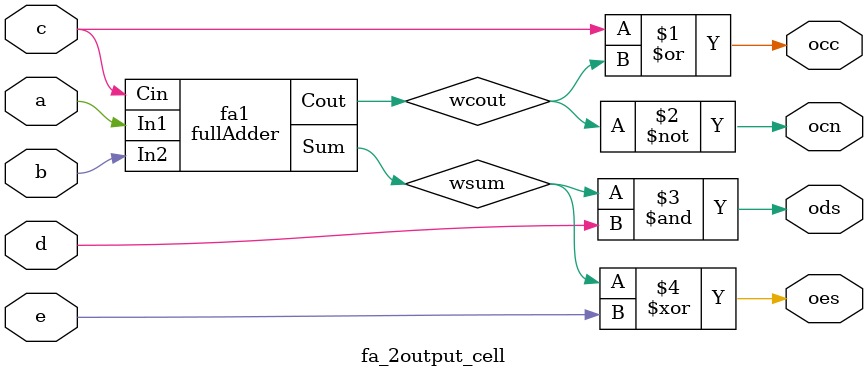
<source format=v>
module fullAdder ( In1, In2, Cin, Sum, Cout );
    input  In1, In2, Cin;
    output  Sum, Cout;

    assign Sum  = (In1 ^ In2) ^ Cin;
    assign Cout = (In1 & In2) | (In2 & Cin) | (Cin & In1);
endmodule

module fa_2output_cell (a, b, c, d, e, occ, ocn, ods, oes);
    input a , b, c, d, e;
    output occ, ocn, ods, oes;

    wire wcout, wsum;
    fullAdder fa1(.In1(a), .In2(b), .Cin(c), .Cout(wcout), .Sum(wsum) );
    assign occ = c | wcout;
    assign ocn = ~wcout;
    assign ods = wsum & d;
    assign oes = wsum ^ e;

endmodule

</source>
